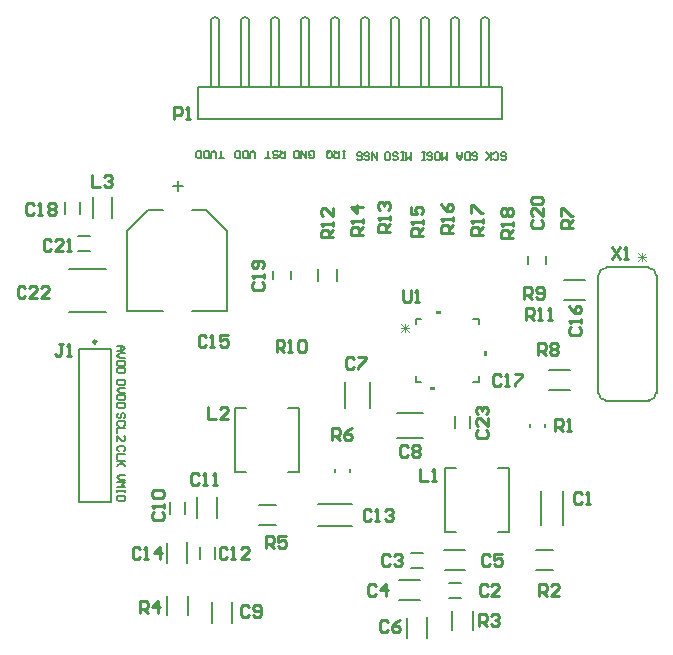
<source format=gbr>
G04*
G04 #@! TF.GenerationSoftware,Altium Limited,Altium Designer,24.0.1 (36)*
G04*
G04 Layer_Color=65535*
%FSLAX25Y25*%
%MOIN*%
G70*
G04*
G04 #@! TF.SameCoordinates,852D5C1C-0582-447D-AFC5-A22B4F0E1159*
G04*
G04*
G04 #@! TF.FilePolarity,Positive*
G04*
G01*
G75*
%ADD10C,0.00600*%
%ADD11C,0.00984*%
%ADD12C,0.00787*%
%ADD13C,0.00500*%
%ADD14C,0.00300*%
%ADD15C,0.01000*%
G36*
X148329Y197750D02*
X146829D01*
Y196750D01*
X148329D01*
Y197750D01*
D02*
G37*
G36*
X150297Y222250D02*
X148797D01*
Y223250D01*
X150297D01*
Y222250D01*
D02*
G37*
G36*
X164750Y209766D02*
X165750D01*
Y208266D01*
X164750D01*
Y209766D01*
D02*
G37*
D10*
X202750Y196144D02*
G03*
X205750Y193144I3000J0D01*
G01*
X219250D02*
G03*
X222250Y196144I0J3000D01*
G01*
X205750Y237644D02*
G03*
X202750Y234644I0J-3000D01*
G01*
X222250D02*
G03*
X219250Y237644I-3000J0D01*
G01*
X163050Y218700D02*
Y220550D01*
X161200Y199450D02*
X163050D01*
X141950D02*
Y201300D01*
Y218700D02*
Y220550D01*
X161200D02*
X163050D01*
Y199450D02*
Y201300D01*
X141950Y199450D02*
X143800D01*
X141950Y220550D02*
X143800D01*
X202750Y195644D02*
Y235144D01*
X205250Y193144D02*
X219750D01*
X222250Y195644D02*
Y235144D01*
X205250Y237644D02*
X219750D01*
X61095Y264915D02*
X64468D01*
X62782Y263228D02*
Y266602D01*
D11*
X35492Y212854D02*
G03*
X35492Y212854I-492J0D01*
G01*
D12*
X115039Y169606D02*
Y170394D01*
X119961Y169606D02*
Y170394D01*
X173197Y149303D02*
Y170697D01*
X151803Y149303D02*
X155532D01*
X169468D02*
X173197D01*
X151803D02*
Y170697D01*
X155532D01*
X169468D02*
X173197D01*
X80858Y119076D02*
Y125966D01*
X74154Y119055D02*
Y125945D01*
X191534Y233358D02*
X198424D01*
X191555Y226654D02*
X198445D01*
X184961Y184606D02*
Y185394D01*
X180039Y184606D02*
Y185394D01*
X139142Y114034D02*
Y120924D01*
X145846Y114055D02*
Y120945D01*
X153957Y116850D02*
Y123150D01*
X161043Y116850D02*
Y123150D01*
X58957Y121850D02*
Y128150D01*
X66043Y121850D02*
Y128150D01*
X45768Y223268D02*
Y249646D01*
X52854Y256732D01*
X57579D01*
X45768Y223268D02*
X57579D01*
X67421D02*
X79232D01*
X67421Y256732D02*
X72146D01*
X79232Y249646D01*
Y223268D02*
Y249646D01*
X29606Y210492D02*
X40394D01*
X29606Y159508D02*
Y210492D01*
Y159508D02*
X40394D01*
Y210492D01*
X75858Y154076D02*
Y160966D01*
X69153Y154055D02*
Y160945D01*
X65000Y155532D02*
Y159468D01*
X60000Y155532D02*
Y159468D01*
X59142Y139034D02*
Y145924D01*
X65847Y139055D02*
Y145945D01*
X70000Y140532D02*
Y144468D01*
X75000Y140532D02*
Y144468D01*
X89646Y158346D02*
X95354D01*
X89646Y151654D02*
X95354D01*
X109374Y151322D02*
X120626D01*
X109374Y158678D02*
X120626D01*
X99468Y190697D02*
X103197D01*
X81803D02*
X85532D01*
X81803Y169303D02*
Y190697D01*
X99468Y169303D02*
X103197D01*
X81803D02*
X85532D01*
X103197D02*
Y190697D01*
X136534Y133358D02*
X143424D01*
X136555Y126654D02*
X143445D01*
X140532Y142500D02*
X144468D01*
X140532Y137500D02*
X144468D01*
X153740Y320335D02*
X155000Y321122D01*
X156260Y320335D01*
X153740Y297795D02*
Y320335D01*
X156260Y297795D02*
Y320335D01*
X133740D02*
X135000Y321122D01*
X136260Y320335D01*
X133740Y297795D02*
Y320335D01*
X136260Y297795D02*
Y320335D01*
X126260Y297795D02*
Y320335D01*
X123740Y297795D02*
Y320335D01*
X125000Y321122D02*
X126260Y320335D01*
X123740D02*
X125000Y321122D01*
X113740Y320335D02*
X115000Y321122D01*
X116260Y320335D01*
X113740Y297795D02*
Y320335D01*
X116260Y297795D02*
Y320335D01*
X93740D02*
X95000Y321122D01*
X96260Y320335D01*
X93740Y297795D02*
Y320335D01*
X96260Y297795D02*
Y320335D01*
X69410Y287205D02*
Y297795D01*
X170591D01*
Y287205D02*
Y297795D01*
X69410Y287205D02*
X170591D01*
X76260Y297795D02*
Y320335D01*
X73740Y297795D02*
Y320335D01*
X75000Y321122D02*
X76260Y320335D01*
X73740D02*
X75000Y321122D01*
X86260Y297795D02*
Y320335D01*
X83740Y297795D02*
Y320335D01*
X85000Y321122D02*
X86260Y320335D01*
X83740D02*
X85000Y321122D01*
X106260Y297795D02*
Y320335D01*
X103740Y297795D02*
Y320335D01*
X105000Y321122D02*
X106260Y320335D01*
X103740D02*
X105000Y321122D01*
X146260Y297795D02*
Y320335D01*
X143740Y297795D02*
Y320335D01*
X145000Y321122D02*
X146260Y320335D01*
X143740D02*
X145000Y321122D01*
X166260Y297795D02*
Y320335D01*
X163740Y297795D02*
Y320335D01*
X165000Y321122D02*
X166260Y320335D01*
X163740D02*
X165000Y321122D01*
X153032Y127500D02*
X156968D01*
X153032Y132500D02*
X156968D01*
X151576Y136642D02*
X158466D01*
X151555Y143347D02*
X158445D01*
X182146D02*
X187854D01*
X182146Y136653D02*
X187854D01*
X191178Y151874D02*
Y163126D01*
X183822Y151874D02*
Y163126D01*
X186534Y203358D02*
X193424D01*
X186555Y196653D02*
X193445D01*
X135669Y189232D02*
X144331D01*
X135669Y180768D02*
X144331D01*
X26404Y237087D02*
X38596D01*
X26404Y222913D02*
X38596D01*
X40748Y253957D02*
Y261043D01*
X34252Y253957D02*
Y261043D01*
X30000Y255532D02*
Y259469D01*
X25000Y255532D02*
Y259469D01*
X155000Y184031D02*
Y187969D01*
X160000Y184031D02*
Y187969D01*
X29531Y243000D02*
X33468D01*
X29531Y248000D02*
X33468D01*
X100453Y233622D02*
Y236378D01*
X94547Y233622D02*
Y236378D01*
X179547Y238622D02*
Y241378D01*
X185453Y238622D02*
Y241378D01*
X109350Y233032D02*
Y236968D01*
X115650Y233032D02*
Y236968D01*
X118268Y190669D02*
Y199331D01*
X126732Y190669D02*
Y199331D01*
D13*
X42500Y211500D02*
X44166D01*
X44999Y210667D01*
X44166Y209834D01*
X42500D01*
X43750D01*
Y211500D01*
X44999Y209001D02*
X43333D01*
X42500Y208168D01*
X43333Y207335D01*
X44999D01*
Y206502D02*
X42500D01*
Y205252D01*
X42917Y204836D01*
X44583D01*
X44999Y205252D01*
Y206502D01*
Y204002D02*
X42500D01*
Y202753D01*
X42917Y202336D01*
X44583D01*
X44999Y202753D01*
Y204002D01*
Y200000D02*
X42500D01*
Y198750D01*
X42917Y198334D01*
X44583D01*
X44999Y198750D01*
Y200000D01*
Y197501D02*
X43333D01*
X42500Y196668D01*
X43333Y195835D01*
X44999D01*
Y195002D02*
X42500D01*
Y193752D01*
X42917Y193335D01*
X44583D01*
X44999Y193752D01*
Y195002D01*
Y192502D02*
X42500D01*
Y191253D01*
X42917Y190836D01*
X44583D01*
X44999Y191253D01*
Y192502D01*
X44583Y187334D02*
X44999Y187750D01*
Y188584D01*
X44583Y189000D01*
X44166D01*
X43750Y188584D01*
Y187750D01*
X43333Y187334D01*
X42917D01*
X42500Y187750D01*
Y188584D01*
X42917Y189000D01*
X44583Y184835D02*
X44999Y185251D01*
Y186084D01*
X44583Y186501D01*
X42917D01*
X42500Y186084D01*
Y185251D01*
X42917Y184835D01*
X44999Y184002D02*
X42500D01*
Y182335D01*
Y179836D02*
Y181502D01*
X44166Y179836D01*
X44583D01*
X44999Y180253D01*
Y181086D01*
X44583Y181502D01*
Y176334D02*
X44999Y176750D01*
Y177584D01*
X44583Y178000D01*
X42917D01*
X42500Y177584D01*
Y176750D01*
X42917Y176334D01*
X44999Y175501D02*
X42500D01*
Y173835D01*
X44999Y173002D02*
X42500D01*
X43333D01*
X44999Y171335D01*
X43750Y172585D01*
X42500Y171335D01*
X44999Y168500D02*
X43333D01*
X42500Y167667D01*
X43333Y166834D01*
X44999D01*
X42500Y166001D02*
X44999D01*
X44166Y165168D01*
X44999Y164335D01*
X42500D01*
X44999Y163502D02*
Y162669D01*
Y163085D01*
X42500D01*
Y163502D01*
Y162669D01*
X44999Y161419D02*
X42500D01*
Y160169D01*
X42917Y159753D01*
X44583D01*
X44999Y160169D01*
Y161419D01*
X170334Y273917D02*
X170750Y273501D01*
X171583D01*
X172000Y273917D01*
Y274334D01*
X171583Y274750D01*
X170750D01*
X170334Y275167D01*
Y275584D01*
X170750Y276000D01*
X171583D01*
X172000Y275584D01*
X167835Y273917D02*
X168251Y273501D01*
X169084D01*
X169501Y273917D01*
Y275584D01*
X169084Y276000D01*
X168251D01*
X167835Y275584D01*
X167002Y273501D02*
Y276000D01*
Y275167D01*
X165336Y273501D01*
X166585Y274750D01*
X165336Y276000D01*
X160834Y273917D02*
X161250Y273501D01*
X162083D01*
X162500Y273917D01*
Y274334D01*
X162083Y274750D01*
X161250D01*
X160834Y275167D01*
Y275584D01*
X161250Y276000D01*
X162083D01*
X162500Y275584D01*
X160001Y273501D02*
Y276000D01*
X158751D01*
X158335Y275584D01*
Y273917D01*
X158751Y273501D01*
X160001D01*
X157502Y276000D02*
Y274334D01*
X156669Y273501D01*
X155835Y274334D01*
Y276000D01*
Y274750D01*
X157502D01*
X152500Y276000D02*
Y273501D01*
X151667Y274334D01*
X150834Y273501D01*
Y276000D01*
X148751Y273501D02*
X149584D01*
X150001Y273917D01*
Y275584D01*
X149584Y276000D01*
X148751D01*
X148335Y275584D01*
Y273917D01*
X148751Y273501D01*
X145835Y273917D02*
X146252Y273501D01*
X147085D01*
X147502Y273917D01*
Y274334D01*
X147085Y274750D01*
X146252D01*
X145835Y275167D01*
Y275584D01*
X146252Y276000D01*
X147085D01*
X147502Y275584D01*
X145002Y273501D02*
X144169D01*
X144586D01*
Y276000D01*
X145002D01*
X144169D01*
X140500D02*
Y273501D01*
X139667Y274334D01*
X138834Y273501D01*
Y276000D01*
X138001Y273501D02*
X137168D01*
X137584D01*
Y276000D01*
X138001D01*
X137168D01*
X134252Y273917D02*
X134669Y273501D01*
X135502D01*
X135918Y273917D01*
Y274334D01*
X135502Y274750D01*
X134669D01*
X134252Y275167D01*
Y275584D01*
X134669Y276000D01*
X135502D01*
X135918Y275584D01*
X132169Y273501D02*
X133002D01*
X133419Y273917D01*
Y275584D01*
X133002Y276000D01*
X132169D01*
X131753Y275584D01*
Y273917D01*
X132169Y273501D01*
X129000Y276000D02*
Y273501D01*
X127334Y276000D01*
Y273501D01*
X124835Y273917D02*
X125251Y273501D01*
X126084D01*
X126501Y273917D01*
Y274334D01*
X126084Y274750D01*
X125251D01*
X124835Y275167D01*
Y275584D01*
X125251Y276000D01*
X126084D01*
X126501Y275584D01*
X122336Y273917D02*
X122752Y273501D01*
X123585D01*
X124002Y273917D01*
Y274334D01*
X123585Y274750D01*
X122752D01*
X122336Y275167D01*
Y275584D01*
X122752Y276000D01*
X123585D01*
X124002Y275584D01*
X118500Y274001D02*
X117667D01*
X118084D01*
Y276500D01*
X118500D01*
X117667D01*
X116417D02*
Y274001D01*
X115168D01*
X114751Y274417D01*
Y275250D01*
X115168Y275667D01*
X116417D01*
X115584D02*
X114751Y276500D01*
X112252Y276083D02*
Y274417D01*
X112669Y274001D01*
X113502D01*
X113918Y274417D01*
Y276083D01*
X113502Y276500D01*
X112669D01*
X113085Y275667D02*
X112252Y276500D01*
X112669D02*
X112252Y276083D01*
X106334Y274417D02*
X106750Y274001D01*
X107583D01*
X108000Y274417D01*
Y276083D01*
X107583Y276500D01*
X106750D01*
X106334Y276083D01*
Y275250D01*
X107167D01*
X105501Y276500D02*
Y274001D01*
X103835Y276500D01*
Y274001D01*
X103002D02*
Y276500D01*
X101752D01*
X101336Y276083D01*
Y274417D01*
X101752Y274001D01*
X103002D01*
X98500Y276500D02*
Y274001D01*
X97250D01*
X96834Y274417D01*
Y275250D01*
X97250Y275667D01*
X98500D01*
X97667D02*
X96834Y276500D01*
X94335Y274417D02*
X94751Y274001D01*
X95584D01*
X96001Y274417D01*
Y274834D01*
X95584Y275250D01*
X94751D01*
X94335Y275667D01*
Y276083D01*
X94751Y276500D01*
X95584D01*
X96001Y276083D01*
X93502Y274001D02*
X91835D01*
X92669D01*
Y276500D01*
X88500Y274001D02*
Y275667D01*
X87667Y276500D01*
X86834Y275667D01*
Y274001D01*
X86001D02*
Y276500D01*
X84751D01*
X84335Y276083D01*
Y274417D01*
X84751Y274001D01*
X86001D01*
X83502D02*
Y276500D01*
X82252D01*
X81836Y276083D01*
Y274417D01*
X82252Y274001D01*
X83502D01*
X78000D02*
X76334D01*
X77167D01*
Y276500D01*
X75501Y274001D02*
Y275667D01*
X74668Y276500D01*
X73835Y275667D01*
Y274001D01*
X73002D02*
Y276500D01*
X71752D01*
X71336Y276083D01*
Y274417D01*
X71752Y274001D01*
X73002D01*
X70502D02*
Y276500D01*
X69253D01*
X68836Y276083D01*
Y274417D01*
X69253Y274001D01*
X70502D01*
D14*
X137000Y218780D02*
X139624Y216156D01*
X137000D02*
X139624Y218780D01*
X137000Y217468D02*
X139624D01*
X138312Y216156D02*
Y218780D01*
X218780Y242500D02*
X216156Y239876D01*
Y242500D02*
X218780Y239876D01*
X217468Y242500D02*
Y239876D01*
X216156Y241188D02*
X218780D01*
D15*
X178220Y227032D02*
Y230968D01*
X180188D01*
X180844Y230312D01*
Y229000D01*
X180188Y228344D01*
X178220D01*
X179532D02*
X180844Y227032D01*
X182156Y227688D02*
X182812Y227032D01*
X184124D01*
X184780Y227688D01*
Y230312D01*
X184124Y230968D01*
X182812D01*
X182156Y230312D01*
Y229656D01*
X182812Y229000D01*
X184780D01*
X207376Y244468D02*
X210000Y240532D01*
Y244468D02*
X207376Y240532D01*
X211312D02*
X212624D01*
X211968D01*
Y244468D01*
X211312Y243812D01*
X137700Y230136D02*
Y226856D01*
X138356Y226200D01*
X139668D01*
X140324Y226856D01*
Y230136D01*
X141636Y226200D02*
X142948D01*
X142292D01*
Y230136D01*
X141636Y229480D01*
X174468Y247580D02*
X170532D01*
Y249548D01*
X171188Y250204D01*
X172500D01*
X173156Y249548D01*
Y247580D01*
Y248892D02*
X174468Y250204D01*
Y251516D02*
Y252828D01*
Y252172D01*
X170532D01*
X171188Y251516D01*
Y254796D02*
X170532Y255452D01*
Y256764D01*
X171188Y257420D01*
X171844D01*
X172500Y256764D01*
X173156Y257420D01*
X173812D01*
X174468Y256764D01*
Y255452D01*
X173812Y254796D01*
X173156D01*
X172500Y255452D01*
X171844Y254796D01*
X171188D01*
X172500Y255452D02*
Y256764D01*
X164468Y248580D02*
X160532D01*
Y250548D01*
X161188Y251204D01*
X162500D01*
X163156Y250548D01*
Y248580D01*
Y249892D02*
X164468Y251204D01*
Y252516D02*
Y253828D01*
Y253172D01*
X160532D01*
X161188Y252516D01*
X160532Y255796D02*
Y258420D01*
X161188D01*
X163812Y255796D01*
X164468D01*
X154468Y249080D02*
X150532D01*
Y251048D01*
X151188Y251704D01*
X152500D01*
X153156Y251048D01*
Y249080D01*
Y250392D02*
X154468Y251704D01*
Y253016D02*
Y254328D01*
Y253672D01*
X150532D01*
X151188Y253016D01*
X150532Y258920D02*
X151188Y257608D01*
X152500Y256296D01*
X153812D01*
X154468Y256952D01*
Y258264D01*
X153812Y258920D01*
X153156D01*
X152500Y258264D01*
Y256296D01*
X144468Y248080D02*
X140532D01*
Y250048D01*
X141188Y250704D01*
X142500D01*
X143156Y250048D01*
Y248080D01*
Y249392D02*
X144468Y250704D01*
Y252016D02*
Y253328D01*
Y252672D01*
X140532D01*
X141188Y252016D01*
X140532Y257920D02*
Y255296D01*
X142500D01*
X141844Y256608D01*
Y257264D01*
X142500Y257920D01*
X143812D01*
X144468Y257264D01*
Y255952D01*
X143812Y255296D01*
X124468Y248580D02*
X120532D01*
Y250548D01*
X121188Y251204D01*
X122500D01*
X123156Y250548D01*
Y248580D01*
Y249892D02*
X124468Y251204D01*
Y252516D02*
Y253828D01*
Y253172D01*
X120532D01*
X121188Y252516D01*
X124468Y257764D02*
X120532D01*
X122500Y255796D01*
Y258420D01*
X133468Y249580D02*
X129532D01*
Y251548D01*
X130188Y252204D01*
X131500D01*
X132156Y251548D01*
Y249580D01*
Y250892D02*
X133468Y252204D01*
Y253516D02*
Y254828D01*
Y254172D01*
X129532D01*
X130188Y253516D01*
Y256796D02*
X129532Y257452D01*
Y258764D01*
X130188Y259420D01*
X130844D01*
X131500Y258764D01*
Y258108D01*
Y258764D01*
X132156Y259420D01*
X132812D01*
X133468Y258764D01*
Y257452D01*
X132812Y256796D01*
X114468Y247629D02*
X110532D01*
Y249597D01*
X111188Y250253D01*
X112500D01*
X113156Y249597D01*
Y247629D01*
Y248941D02*
X114468Y250253D01*
Y251565D02*
Y252877D01*
Y252221D01*
X110532D01*
X111188Y251565D01*
X114468Y257469D02*
Y254845D01*
X111844Y257469D01*
X111188D01*
X110532Y256813D01*
Y255501D01*
X111188Y254845D01*
X178736Y220032D02*
Y223968D01*
X180704D01*
X181360Y223312D01*
Y222000D01*
X180704Y221344D01*
X178736D01*
X180048D02*
X181360Y220032D01*
X182672D02*
X183984D01*
X183328D01*
Y223968D01*
X182672Y223312D01*
X185952Y220032D02*
X187264D01*
X186608D01*
Y223968D01*
X185952Y223312D01*
X95580Y209532D02*
Y213468D01*
X97548D01*
X98204Y212812D01*
Y211500D01*
X97548Y210844D01*
X95580D01*
X96892D02*
X98204Y209532D01*
X99516D02*
X100828D01*
X100172D01*
Y213468D01*
X99516Y212812D01*
X102796D02*
X103452Y213468D01*
X104764D01*
X105420Y212812D01*
Y210188D01*
X104764Y209532D01*
X103452D01*
X102796Y210188D01*
Y212812D01*
X182720Y208532D02*
Y212468D01*
X184688D01*
X185344Y211812D01*
Y210500D01*
X184688Y209844D01*
X182720D01*
X184032D02*
X185344Y208532D01*
X186656Y211812D02*
X187312Y212468D01*
X188624D01*
X189280Y211812D01*
Y211156D01*
X188624Y210500D01*
X189280Y209844D01*
Y209188D01*
X188624Y208532D01*
X187312D01*
X186656Y209188D01*
Y209844D01*
X187312Y210500D01*
X186656Y211156D01*
Y211812D01*
X187312Y210500D02*
X188624D01*
X194468Y250720D02*
X190532D01*
Y252688D01*
X191188Y253344D01*
X192500D01*
X193156Y252688D01*
Y250720D01*
Y252032D02*
X194468Y253344D01*
X190532Y254656D02*
Y257280D01*
X191188D01*
X193812Y254656D01*
X194468D01*
X114220Y180032D02*
Y183968D01*
X116188D01*
X116844Y183312D01*
Y182000D01*
X116188Y181344D01*
X114220D01*
X115532D02*
X116844Y180032D01*
X120780Y183968D02*
X119468Y183312D01*
X118156Y182000D01*
Y180688D01*
X118812Y180032D01*
X120124D01*
X120780Y180688D01*
Y181344D01*
X120124Y182000D01*
X118156D01*
X92220Y144032D02*
Y147968D01*
X94188D01*
X94844Y147312D01*
Y146000D01*
X94188Y145344D01*
X92220D01*
X93532D02*
X94844Y144032D01*
X98780Y147968D02*
X96156D01*
Y146000D01*
X97468Y146656D01*
X98124D01*
X98780Y146000D01*
Y144688D01*
X98124Y144032D01*
X96812D01*
X96156Y144688D01*
X50220Y122532D02*
Y126468D01*
X52188D01*
X52844Y125812D01*
Y124500D01*
X52188Y123844D01*
X50220D01*
X51532D02*
X52844Y122532D01*
X56124D02*
Y126468D01*
X54156Y124500D01*
X56780D01*
X163220Y118032D02*
Y121968D01*
X165188D01*
X165844Y121312D01*
Y120000D01*
X165188Y119344D01*
X163220D01*
X164532D02*
X165844Y118032D01*
X167156Y121312D02*
X167812Y121968D01*
X169124D01*
X169780Y121312D01*
Y120656D01*
X169124Y120000D01*
X168468D01*
X169124D01*
X169780Y119344D01*
Y118688D01*
X169124Y118032D01*
X167812D01*
X167156Y118688D01*
X183019Y128032D02*
Y131968D01*
X184987D01*
X185643Y131312D01*
Y130000D01*
X184987Y129344D01*
X183019D01*
X184331D02*
X185643Y128032D01*
X189579D02*
X186955D01*
X189579Y130656D01*
Y131312D01*
X188923Y131968D01*
X187611D01*
X186955Y131312D01*
X188376Y183032D02*
Y186968D01*
X190344D01*
X191000Y186312D01*
Y185000D01*
X190344Y184344D01*
X188376D01*
X189688D02*
X191000Y183032D01*
X192312D02*
X193624D01*
X192968D01*
Y186968D01*
X192312Y186312D01*
X61376Y287032D02*
Y290968D01*
X63344D01*
X64000Y290312D01*
Y289000D01*
X63344Y288344D01*
X61376D01*
X65312Y287032D02*
X66624D01*
X65968D01*
Y290968D01*
X65312Y290312D01*
X34220Y268468D02*
Y264532D01*
X36844D01*
X38156Y267812D02*
X38812Y268468D01*
X40124D01*
X40780Y267812D01*
Y267156D01*
X40124Y266500D01*
X39468D01*
X40124D01*
X40780Y265844D01*
Y265188D01*
X40124Y264532D01*
X38812D01*
X38156Y265188D01*
X72720Y190968D02*
Y187032D01*
X75344D01*
X79280D02*
X76656D01*
X79280Y189656D01*
Y190312D01*
X78624Y190968D01*
X77312D01*
X76656Y190312D01*
X143376Y170468D02*
Y166532D01*
X146000D01*
X147312D02*
X148624D01*
X147968D01*
Y170468D01*
X147312Y169812D01*
X24500Y211968D02*
X23188D01*
X23844D01*
Y208688D01*
X23188Y208032D01*
X22532D01*
X21876Y208688D01*
X25812Y208032D02*
X27124D01*
X26468D01*
Y211968D01*
X25812Y211312D01*
X162688Y183376D02*
X162032Y182720D01*
Y181408D01*
X162688Y180752D01*
X165312D01*
X165968Y181408D01*
Y182720D01*
X165312Y183376D01*
X165968Y187312D02*
Y184688D01*
X163344Y187312D01*
X162688D01*
X162032Y186656D01*
Y185344D01*
X162688Y184688D01*
Y188624D02*
X162032Y189280D01*
Y190592D01*
X162688Y191248D01*
X163344D01*
X164000Y190592D01*
Y189936D01*
Y190592D01*
X164656Y191248D01*
X165312D01*
X165968Y190592D01*
Y189280D01*
X165312Y188624D01*
X11876Y230812D02*
X11220Y231468D01*
X9908D01*
X9252Y230812D01*
Y228188D01*
X9908Y227532D01*
X11220D01*
X11876Y228188D01*
X15812Y227532D02*
X13188D01*
X15812Y230156D01*
Y230812D01*
X15156Y231468D01*
X13844D01*
X13188Y230812D01*
X19748Y227532D02*
X17124D01*
X19748Y230156D01*
Y230812D01*
X19092Y231468D01*
X17780D01*
X17124Y230812D01*
X20532Y246312D02*
X19876Y246968D01*
X18564D01*
X17908Y246312D01*
Y243688D01*
X18564Y243032D01*
X19876D01*
X20532Y243688D01*
X24468Y243032D02*
X21844D01*
X24468Y245656D01*
Y246312D01*
X23812Y246968D01*
X22500D01*
X21844Y246312D01*
X25780Y243032D02*
X27092D01*
X26436D01*
Y246968D01*
X25780Y246312D01*
X181188Y253376D02*
X180532Y252720D01*
Y251408D01*
X181188Y250752D01*
X183812D01*
X184468Y251408D01*
Y252720D01*
X183812Y253376D01*
X184468Y257312D02*
Y254688D01*
X181844Y257312D01*
X181188D01*
X180532Y256656D01*
Y255344D01*
X181188Y254688D01*
Y258624D02*
X180532Y259280D01*
Y260592D01*
X181188Y261248D01*
X183812D01*
X184468Y260592D01*
Y259280D01*
X183812Y258624D01*
X181188D01*
X88188Y232704D02*
X87532Y232048D01*
Y230736D01*
X88188Y230080D01*
X90812D01*
X91468Y230736D01*
Y232048D01*
X90812Y232704D01*
X91468Y234016D02*
Y235328D01*
Y234672D01*
X87532D01*
X88188Y234016D01*
X90812Y237296D02*
X91468Y237952D01*
Y239264D01*
X90812Y239920D01*
X88188D01*
X87532Y239264D01*
Y237952D01*
X88188Y237296D01*
X88844D01*
X89500Y237952D01*
Y239920D01*
X14704Y258312D02*
X14048Y258968D01*
X12736D01*
X12080Y258312D01*
Y255688D01*
X12736Y255032D01*
X14048D01*
X14704Y255688D01*
X16016Y255032D02*
X17328D01*
X16672D01*
Y258968D01*
X16016Y258312D01*
X19296D02*
X19952Y258968D01*
X21264D01*
X21920Y258312D01*
Y257656D01*
X21264Y257000D01*
X21920Y256344D01*
Y255688D01*
X21264Y255032D01*
X19952D01*
X19296Y255688D01*
Y256344D01*
X19952Y257000D01*
X19296Y257656D01*
Y258312D01*
X19952Y257000D02*
X21264D01*
X170342Y201312D02*
X169686Y201968D01*
X168374D01*
X167718Y201312D01*
Y198688D01*
X168374Y198032D01*
X169686D01*
X170342Y198688D01*
X171654Y198032D02*
X172966D01*
X172310D01*
Y201968D01*
X171654Y201312D01*
X174934Y201968D02*
X177558D01*
Y201312D01*
X174934Y198688D01*
Y198032D01*
X193688Y217704D02*
X193032Y217048D01*
Y215736D01*
X193688Y215080D01*
X196312D01*
X196968Y215736D01*
Y217048D01*
X196312Y217704D01*
X196968Y219016D02*
Y220328D01*
Y219672D01*
X193032D01*
X193688Y219016D01*
X193032Y224920D02*
X193688Y223608D01*
X195000Y222296D01*
X196312D01*
X196968Y222952D01*
Y224264D01*
X196312Y224920D01*
X195656D01*
X195000Y224264D01*
Y222296D01*
X72204Y214312D02*
X71548Y214968D01*
X70236D01*
X69580Y214312D01*
Y211688D01*
X70236Y211032D01*
X71548D01*
X72204Y211688D01*
X73516Y211032D02*
X74828D01*
X74172D01*
Y214968D01*
X73516Y214312D01*
X79420Y214968D02*
X76796D01*
Y213000D01*
X78108Y213656D01*
X78764D01*
X79420Y213000D01*
Y211688D01*
X78764Y211032D01*
X77452D01*
X76796Y211688D01*
X50204Y143812D02*
X49548Y144468D01*
X48236D01*
X47580Y143812D01*
Y141188D01*
X48236Y140532D01*
X49548D01*
X50204Y141188D01*
X51516Y140532D02*
X52828D01*
X52172D01*
Y144468D01*
X51516Y143812D01*
X56764Y140532D02*
Y144468D01*
X54796Y142500D01*
X57420D01*
X127204Y156312D02*
X126548Y156968D01*
X125236D01*
X124580Y156312D01*
Y153688D01*
X125236Y153032D01*
X126548D01*
X127204Y153688D01*
X128516Y153032D02*
X129828D01*
X129172D01*
Y156968D01*
X128516Y156312D01*
X131796D02*
X132452Y156968D01*
X133764D01*
X134420Y156312D01*
Y155656D01*
X133764Y155000D01*
X133108D01*
X133764D01*
X134420Y154344D01*
Y153688D01*
X133764Y153032D01*
X132452D01*
X131796Y153688D01*
X79204Y143812D02*
X78548Y144468D01*
X77236D01*
X76580Y143812D01*
Y141188D01*
X77236Y140532D01*
X78548D01*
X79204Y141188D01*
X80516Y140532D02*
X81828D01*
X81172D01*
Y144468D01*
X80516Y143812D01*
X86420Y140532D02*
X83796D01*
X86420Y143156D01*
Y143812D01*
X85764Y144468D01*
X84452D01*
X83796Y143812D01*
X69860Y168312D02*
X69204Y168968D01*
X67892D01*
X67236Y168312D01*
Y165688D01*
X67892Y165032D01*
X69204D01*
X69860Y165688D01*
X71172Y165032D02*
X72484D01*
X71828D01*
Y168968D01*
X71172Y168312D01*
X74452Y165032D02*
X75764D01*
X75108D01*
Y168968D01*
X74452Y168312D01*
X54688Y156204D02*
X54032Y155548D01*
Y154236D01*
X54688Y153580D01*
X57312D01*
X57968Y154236D01*
Y155548D01*
X57312Y156204D01*
X57968Y157516D02*
Y158828D01*
Y158172D01*
X54032D01*
X54688Y157516D01*
Y160796D02*
X54032Y161452D01*
Y162764D01*
X54688Y163420D01*
X57312D01*
X57968Y162764D01*
Y161452D01*
X57312Y160796D01*
X54688D01*
X86344Y124312D02*
X85688Y124968D01*
X84376D01*
X83720Y124312D01*
Y121688D01*
X84376Y121032D01*
X85688D01*
X86344Y121688D01*
X87656D02*
X88312Y121032D01*
X89624D01*
X90280Y121688D01*
Y124312D01*
X89624Y124968D01*
X88312D01*
X87656Y124312D01*
Y123656D01*
X88312Y123000D01*
X90280D01*
X139344Y177812D02*
X138688Y178468D01*
X137376D01*
X136720Y177812D01*
Y175188D01*
X137376Y174532D01*
X138688D01*
X139344Y175188D01*
X140656Y177812D02*
X141312Y178468D01*
X142624D01*
X143280Y177812D01*
Y177156D01*
X142624Y176500D01*
X143280Y175844D01*
Y175188D01*
X142624Y174532D01*
X141312D01*
X140656Y175188D01*
Y175844D01*
X141312Y176500D01*
X140656Y177156D01*
Y177812D01*
X141312Y176500D02*
X142624D01*
X121524Y207180D02*
X120868Y207836D01*
X119556D01*
X118900Y207180D01*
Y204556D01*
X119556Y203900D01*
X120868D01*
X121524Y204556D01*
X122836Y207836D02*
X125460D01*
Y207180D01*
X122836Y204556D01*
Y203900D01*
X132844Y119312D02*
X132188Y119968D01*
X130876D01*
X130220Y119312D01*
Y116688D01*
X130876Y116032D01*
X132188D01*
X132844Y116688D01*
X136780Y119968D02*
X135468Y119312D01*
X134156Y118000D01*
Y116688D01*
X134812Y116032D01*
X136124D01*
X136780Y116688D01*
Y117344D01*
X136124Y118000D01*
X134156D01*
X166706Y141312D02*
X166050Y141968D01*
X164738D01*
X164082Y141312D01*
Y138688D01*
X164738Y138032D01*
X166050D01*
X166706Y138688D01*
X170642Y141968D02*
X168018D01*
Y140000D01*
X169330Y140656D01*
X169986D01*
X170642Y140000D01*
Y138688D01*
X169986Y138032D01*
X168674D01*
X168018Y138688D01*
X128844Y131312D02*
X128188Y131968D01*
X126876D01*
X126220Y131312D01*
Y128688D01*
X126876Y128032D01*
X128188D01*
X128844Y128688D01*
X132124Y128032D02*
Y131968D01*
X130156Y130000D01*
X132780D01*
X133344Y141312D02*
X132688Y141968D01*
X131376D01*
X130720Y141312D01*
Y138688D01*
X131376Y138032D01*
X132688D01*
X133344Y138688D01*
X134656Y141312D02*
X135312Y141968D01*
X136624D01*
X137280Y141312D01*
Y140656D01*
X136624Y140000D01*
X135968D01*
X136624D01*
X137280Y139344D01*
Y138688D01*
X136624Y138032D01*
X135312D01*
X134656Y138688D01*
X165919Y131312D02*
X165263Y131968D01*
X163951D01*
X163295Y131312D01*
Y128688D01*
X163951Y128032D01*
X165263D01*
X165919Y128688D01*
X169855Y128032D02*
X167231D01*
X169855Y130656D01*
Y131312D01*
X169199Y131968D01*
X167887D01*
X167231Y131312D01*
X197500Y162063D02*
X196844Y162719D01*
X195532D01*
X194876Y162063D01*
Y159440D01*
X195532Y158783D01*
X196844D01*
X197500Y159440D01*
X198812Y158783D02*
X200124D01*
X199468D01*
Y162719D01*
X198812Y162063D01*
M02*

</source>
